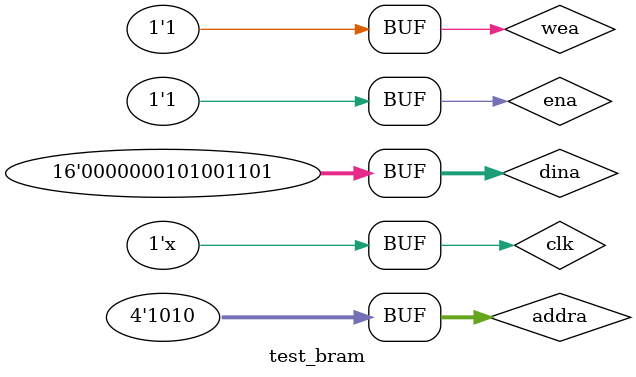
<source format=v>
`timescale 1ns / 1ps


module test_bram;
    
// Inputs
	reg clk;
	reg ena;
	reg wea;
	reg [3:0] addra;
	reg [15:0] dina;

	// Outputs
	wire [15:0] douta;

	// Instantiate the Unit Under Test (UUT)
	topmod uut (
		.clka(clk), 
		.ena(ena), 
		.wea(wea), 
		.addra(addra), 
		.dina(dina), 
		.douta(douta)
	);

	initial 
		begin
			clk <= 0;
		end
	always #10 clk=~clk;

	initial 
		begin
			ena <= 1'b1;
			wea <= 1'b0;
			addra <= 4'd1;
			dina <= 16'd24;
			#70
			wea <= 1'b1;
			addra <= 4'd10;
			dina <= 16'd333;
		end
      
endmodule

</source>
